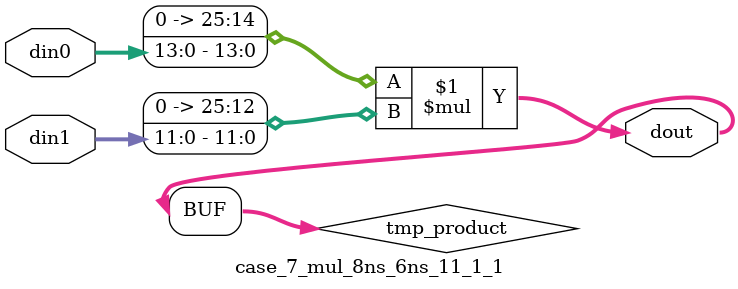
<source format=v>

`timescale 1 ns / 1 ps

 (* use_dsp = "no" *)  module case_7_mul_8ns_6ns_11_1_1(din0, din1, dout);
parameter ID = 1;
parameter NUM_STAGE = 0;
parameter din0_WIDTH = 14;
parameter din1_WIDTH = 12;
parameter dout_WIDTH = 26;

input [din0_WIDTH - 1 : 0] din0; 
input [din1_WIDTH - 1 : 0] din1; 
output [dout_WIDTH - 1 : 0] dout;

wire signed [dout_WIDTH - 1 : 0] tmp_product;
























assign tmp_product = $signed({1'b0, din0}) * $signed({1'b0, din1});











assign dout = tmp_product;





















endmodule

</source>
